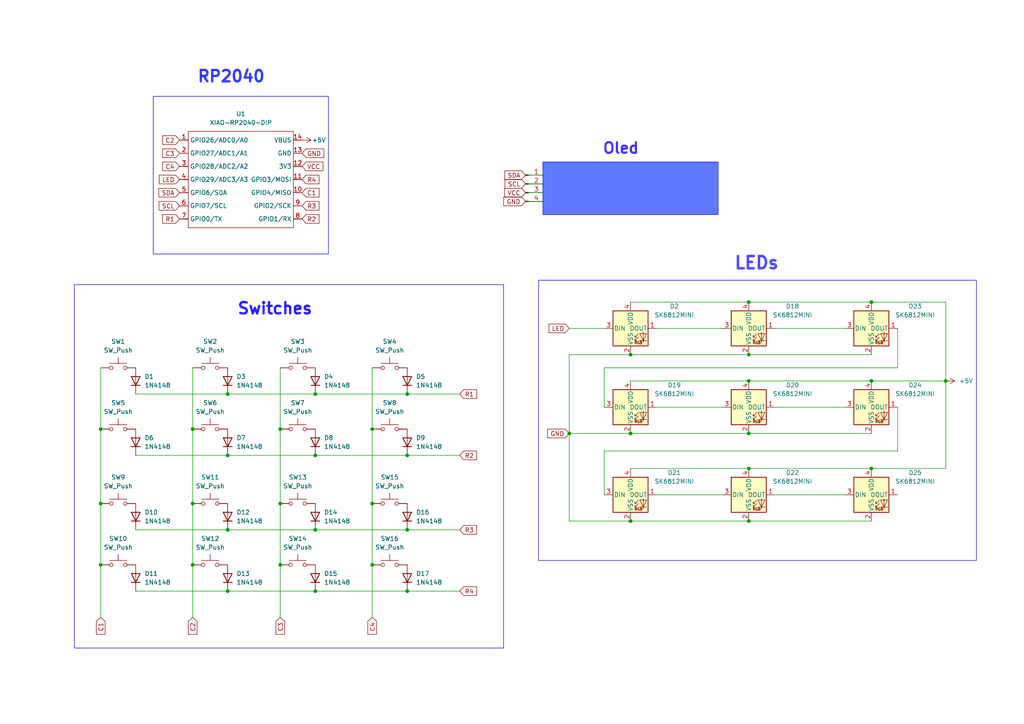
<source format=kicad_sch>
(kicad_sch (version 20250114) (generator "eeschema") (generator_version "9.0")
  (paper "A4")
  (lib_symbols
    (symbol "Connector:Conn_01x04_Pin" (pin_names (offset 1.016) (hide yes))
      (property "Reference" "J" (at 0 5.08 0))
      (property "Value" "Conn_01x04_Pin" (at 0 -7.62 0))
      (symbol "Conn_01x04_Pin_1_1"
        (rectangle (start 0.8636 2.667) (end 0 2.413) (stroke (width 0.1524)) (fill (type outline)))
        (rectangle (start 0.8636 0.127) (end 0 -0.127) (stroke (width 0.1524)) (fill (type outline)))
        (rectangle (start 0.8636 -2.413) (end 0 -2.667) (stroke (width 0.1524)) (fill (type outline)))
        (rectangle (start 0.8636 -4.953) (end 0 -5.207) (stroke (width 0.1524)) (fill (type outline)))
        (polyline (pts (xy 1.27 2.54) (xy 0.8636 2.54)) (stroke (width 0.1524)))
        (polyline (pts (xy 1.27 0) (xy 0.8636 0)) (stroke (width 0.1524)))
        (polyline (pts (xy 1.27 -2.54) (xy 0.8636 -2.54)) (stroke (width 0.1524)))
        (polyline (pts (xy 1.27 -5.08) (xy 0.8636 -5.08)) (stroke (width 0.1524)))
        (pin passive line (at 5.08 2.54 180) (length 3.81) (name "Pin_1") (number "1"))
        (pin passive line (at 5.08 0 180) (length 3.81) (name "Pin_2") (number "2"))
        (pin passive line (at 5.08 -2.54 180) (length 3.81) (name "Pin_3") (number "3"))
        (pin passive line (at 5.08 -5.08 180) (length 3.81) (name "Pin_4") (number "4"))
      )
    )
    (symbol "Diode:1N4148" (pin_numbers (hide yes)) (pin_names (hide yes))
      (property "Reference" "D" (at 0 2.54 0))
      (property "Value" "1N4148" (at 0 -2.54 0))
      (symbol "1N4148_0_1"
        (polyline (pts (xy -1.27 1.27) (xy -1.27 -1.27)) (stroke (width 0.254)))
        (polyline (pts (xy 1.27 1.27) (xy 1.27 -1.27) (xy -1.27 0) (xy 1.27 1.27)) (stroke (width 0.254)))
        (polyline (pts (xy 1.27 0) (xy -1.27 0)))
      )
      (symbol "1N4148_1_1"
        (pin passive line (at -3.81 0 0) (length 2.54) (name "K") (number "1"))
        (pin passive line (at 3.81 0 180) (length 2.54) (name "A") (number "2"))
      )
    )
    (symbol "LED:SK6812MINI" (pin_names (offset 0.254))
      (property "Reference" "D" (at 5.08 5.715 0))
      (property "Value" "SK6812MINI" (at 1.27 -5.715 0))
      (symbol "SK6812MINI_0_0"
        (text "RGB" (at 2.286 -4.191 0) (effects (font (size 0.762 0.762))))
      )
      (symbol "SK6812MINI_0_1"
        (polyline (pts (xy 1.27 -2.54) (xy 1.778 -2.54)))
        (polyline (pts (xy 1.27 -3.556) (xy 1.778 -3.556)))
        (polyline (pts (xy 2.286 -1.524) (xy 1.27 -2.54) (xy 1.27 -2.032)))
        (polyline (pts (xy 2.286 -2.54) (xy 1.27 -3.556) (xy 1.27 -3.048)))
        (polyline (pts (xy 3.683 -1.016) (xy 3.683 -3.556) (xy 3.683 -4.064)))
        (polyline (pts (xy 4.699 -1.524) (xy 2.667 -1.524) (xy 3.683 -3.556) (xy 4.699 -1.524)))
        (polyline (pts (xy 4.699 -3.556) (xy 2.667 -3.556)))
        (rectangle (start 5.08 5.08) (end -5.08 -5.08) (stroke (width 0.254)) (fill (type background)))
      )
      (symbol "SK6812MINI_1_1"
        (pin input line (at -7.62 0 0) (length 2.54) (name "DIN") (number "3"))
        (pin power_in line (at 0 7.62 270) (length 2.54) (name "VDD") (number "4"))
        (pin power_in line (at 0 -7.62 90) (length 2.54) (name "VSS") (number "2"))
        (pin output line (at 7.62 0 180) (length 2.54) (name "DOUT") (number "1"))
      )
    )
    (symbol "OPL XIAO:XIAO-RP2040-DIP"
      (property "Reference" "U" (at 0 0 0))
      (property "Value" "XIAO-RP2040-DIP" (at 5.334 -1.778 0))
      (symbol "XIAO-RP2040-DIP_1_0"
        (polyline (pts (xy -1.27 -2.54) (xy 29.21 -2.54)) (stroke (width 0.1524)))
        (polyline (pts (xy -1.27 -5.08) (xy -2.54 -5.08)) (stroke (width 0.1524)))
        (polyline (pts (xy -1.27 -5.08) (xy -1.27 -2.54)) (stroke (width 0.1524)))
        (polyline (pts (xy -1.27 -8.89) (xy -2.54 -8.89)) (stroke (width 0.1524)))
        (polyline (pts (xy -1.27 -8.89) (xy -1.27 -5.08)) (stroke (width 0.1524)))
        (polyline (pts (xy -1.27 -12.7) (xy -2.54 -12.7)) (stroke (width 0.1524)))
        (polyline (pts (xy -1.27 -12.7) (xy -1.27 -8.89)) (stroke (width 0.1524)))
        (polyline (pts (xy -1.27 -16.51) (xy -2.54 -16.51)) (stroke (width 0.1524)))
        (polyline (pts (xy -1.27 -16.51) (xy -1.27 -12.7)) (stroke (width 0.1524)))
        (polyline (pts (xy -1.27 -20.32) (xy -2.54 -20.32)) (stroke (width 0.1524)))
        (polyline (pts (xy -1.27 -24.13) (xy -2.54 -24.13)) (stroke (width 0.1524)))
        (polyline (pts (xy -1.27 -27.94) (xy -2.54 -27.94)) (stroke (width 0.1524)))
        (polyline (pts (xy -1.27 -30.48) (xy -1.27 -16.51)) (stroke (width 0.1524)))
        (polyline (pts (xy 29.21 -2.54) (xy 29.21 -5.08)) (stroke (width 0.1524)))
        (polyline (pts (xy 29.21 -5.08) (xy 29.21 -8.89)) (stroke (width 0.1524)))
        (polyline (pts (xy 29.21 -8.89) (xy 29.21 -12.7)) (stroke (width 0.1524)))
        (polyline (pts (xy 29.21 -12.7) (xy 29.21 -30.48)) (stroke (width 0.1524)))
        (polyline (pts (xy 29.21 -30.48) (xy -1.27 -30.48)) (stroke (width 0.1524)))
        (polyline (pts (xy 30.48 -5.08) (xy 29.21 -5.08)) (stroke (width 0.1524)))
        (polyline (pts (xy 30.48 -8.89) (xy 29.21 -8.89)) (stroke (width 0.1524)))
        (polyline (pts (xy 30.48 -12.7) (xy 29.21 -12.7)) (stroke (width 0.1524)))
        (polyline (pts (xy 30.48 -16.51) (xy 29.21 -16.51)) (stroke (width 0.1524)))
        (polyline (pts (xy 30.48 -20.32) (xy 29.21 -20.32)) (stroke (width 0.1524)))
        (polyline (pts (xy 30.48 -24.13) (xy 29.21 -24.13)) (stroke (width 0.1524)))
        (polyline (pts (xy 30.48 -27.94) (xy 29.21 -27.94)) (stroke (width 0.1524)))
        (pin passive line (at -3.81 -5.08 0) (length 2.54) (name "GPIO26/ADC0/A0") (number "1"))
        (pin passive line (at -3.81 -8.89 0) (length 2.54) (name "GPIO27/ADC1/A1") (number "2"))
        (pin passive line (at -3.81 -12.7 0) (length 2.54) (name "GPIO28/ADC2/A2") (number "3"))
        (pin passive line (at -3.81 -16.51 0) (length 2.54) (name "GPIO29/ADC3/A3") (number "4"))
        (pin passive line (at -3.81 -20.32 0) (length 2.54) (name "GPIO6/SDA") (number "5"))
        (pin passive line (at -3.81 -24.13 0) (length 2.54) (name "GPIO7/SCL") (number "6"))
        (pin passive line (at -3.81 -27.94 0) (length 2.54) (name "GPIO0/TX") (number "7"))
        (pin passive line (at 31.75 -5.08 180) (length 2.54) (name "VBUS") (number "14"))
        (pin passive line (at 31.75 -8.89 180) (length 2.54) (name "GND") (number "13"))
        (pin passive line (at 31.75 -12.7 180) (length 2.54) (name "3V3") (number "12"))
        (pin passive line (at 31.75 -16.51 180) (length 2.54) (name "GPIO3/MOSI") (number "11"))
        (pin passive line (at 31.75 -20.32 180) (length 2.54) (name "GPIO4/MISO") (number "10"))
        (pin passive line (at 31.75 -24.13 180) (length 2.54) (name "GPIO2/SCK") (number "9"))
        (pin passive line (at 31.75 -27.94 180) (length 2.54) (name "GPIO1/RX") (number "8"))
      )
    )
    (symbol "Switch:SW_Push" (pin_numbers (hide yes)) (pin_names (offset 1.016) (hide yes))
      (property "Reference" "SW" (at 1.27 2.54 0))
      (property "Value" "SW_Push" (at 0 -1.524 0))
      (symbol "SW_Push_0_1"
        (circle (center -2.032 0) (radius 0.508))
        (polyline (pts (xy 0 1.27) (xy 0 3.048)))
        (circle (center 2.032 0) (radius 0.508))
        (polyline (pts (xy 2.54 1.27) (xy -2.54 1.27)))
        (pin passive line (at -5.08 0 0) (length 2.54) (name "1") (number "1"))
        (pin passive line (at 5.08 0 180) (length 2.54) (name "2") (number "2"))
      )
    )
    (symbol "power:+5V" (power) (pin_numbers (hide yes)) (pin_names (offset 0) (hide yes))
      (property "Value" "+5V" (at 0 3.556 0))
      (symbol "+5V_0_1"
        (polyline (pts (xy -0.762 1.27) (xy 0 2.54)))
        (polyline (pts (xy 0 2.54) (xy 0.762 1.27)))
        (polyline (pts (xy 0 0) (xy 0 2.54)))
      )
      (symbol "+5V_1_1"
        (pin power_in line (at 0 0 90) (length 0) (name "~") (number "1"))
      )
    )
  )
  (rectangle (start 157.48 46.99) (end 208.28 62.23) (fill (type color) (color 95 121 255 1)))
  (rectangle (start 156.21 81.28) (end 283.21 162.56))
  (rectangle (start 44.45 27.94) (end 95.25 73.66))
  (rectangle (start 21.59 82.55) (end 146.05 187.96))
  (text "LEDs" (at 219.456 76.454 0) (effects (font (size 3.556 3.556) (thickness 0.7112) (bold yes))))
  (text "Switches" (at 79.756 89.662 0) (effects (font (size 3.302 3.302) (thickness 0.6604) (bold yes))))
  (text "RP2040" (at 67.056 22.352 0) (effects (font (size 3.302 3.302) (thickness 0.6604) (bold yes))))
  (junction (at 118.11 132.08))
  (junction (at 118.11 114.3))
  (junction (at 29.21 163.83))
  (junction (at 118.11 171.45))
  (junction (at 107.95 124.46))
  (junction (at 217.17 135.89))
  (junction (at 182.88 125.73))
  (junction (at 29.21 146.05))
  (junction (at 81.28 146.05))
  (junction (at 165.1 125.73))
  (junction (at 217.17 102.87))
  (junction (at 217.17 110.49))
  (junction (at 66.04 132.08))
  (junction (at 252.73 87.63))
  (junction (at 182.88 151.13))
  (junction (at 81.28 163.83))
  (junction (at 91.44 132.08))
  (junction (at 55.88 124.46))
  (junction (at 252.73 135.89))
  (junction (at 66.04 153.67))
  (junction (at 91.44 114.3))
  (junction (at 217.17 125.73))
  (junction (at 107.95 146.05))
  (junction (at 55.88 163.83))
  (junction (at 81.28 124.46))
  (junction (at 107.95 163.83))
  (junction (at 66.04 171.45))
  (junction (at 55.88 146.05))
  (junction (at 217.17 87.63))
  (junction (at 66.04 114.3))
  (junction (at 29.21 124.46))
  (junction (at 252.73 110.49))
  (junction (at 182.88 102.87))
  (junction (at 217.17 151.13))
  (junction (at 274.32 110.49))
  (junction (at 118.11 153.67))
  (junction (at 91.44 153.67))
  (junction (at 91.44 171.45))
  (wire (pts (xy 175.26 106.68) (xy 175.26 118.11)))
  (wire (pts (xy 165.1 151.13) (xy 165.1 125.73)))
  (wire (pts (xy 217.17 135.89) (xy 252.73 135.89)))
  (wire (pts (xy 39.37 171.45) (xy 66.04 171.45)))
  (wire (pts (xy 66.04 153.67) (xy 91.44 153.67)))
  (wire (pts (xy 55.88 124.46) (xy 55.88 146.05)))
  (wire (pts (xy 66.04 114.3) (xy 91.44 114.3)))
  (wire (pts (xy 260.35 95.25) (xy 260.35 106.68)))
  (wire (pts (xy 152.4 53.34) (xy 157.48 53.34)))
  (wire (pts (xy 252.73 135.89) (xy 274.32 135.89)))
  (wire (pts (xy 29.21 124.46) (xy 29.21 146.05)))
  (wire (pts (xy 252.73 110.49) (xy 217.17 110.49)))
  (wire (pts (xy 107.95 124.46) (xy 107.95 146.05)))
  (wire (pts (xy 175.26 130.81) (xy 175.26 143.51)))
  (wire (pts (xy 182.88 151.13) (xy 165.1 151.13)))
  (wire (pts (xy 260.35 106.68) (xy 175.26 106.68)))
  (wire (pts (xy 182.88 125.73) (xy 217.17 125.73)))
  (wire (pts (xy 55.88 146.05) (xy 55.88 163.83)))
  (wire (pts (xy 81.28 146.05) (xy 81.28 163.83)))
  (wire (pts (xy 274.32 110.49) (xy 274.32 135.89)))
  (wire (pts (xy 55.88 163.83) (xy 55.88 179.07)))
  (wire (pts (xy 118.11 171.45) (xy 133.35 171.45)))
  (wire (pts (xy 182.88 135.89) (xy 217.17 135.89)))
  (wire (pts (xy 29.21 106.68) (xy 29.21 124.46)))
  (wire (pts (xy 274.32 87.63) (xy 274.32 110.49)))
  (wire (pts (xy 66.04 132.08) (xy 91.44 132.08)))
  (wire (pts (xy 91.44 132.08) (xy 118.11 132.08)))
  (wire (pts (xy 29.21 163.83) (xy 29.21 179.07)))
  (wire (pts (xy 165.1 95.25) (xy 175.26 95.25)))
  (wire (pts (xy 260.35 118.11) (xy 260.35 130.81)))
  (wire (pts (xy 39.37 132.08) (xy 66.04 132.08)))
  (wire (pts (xy 182.88 87.63) (xy 217.17 87.63)))
  (wire (pts (xy 39.37 153.67) (xy 66.04 153.67)))
  (wire (pts (xy 252.73 87.63) (xy 274.32 87.63)))
  (wire (pts (xy 91.44 171.45) (xy 118.11 171.45)))
  (wire (pts (xy 252.73 102.87) (xy 217.17 102.87)))
  (wire (pts (xy 107.95 163.83) (xy 107.95 179.07)))
  (wire (pts (xy 165.1 125.73) (xy 182.88 125.73)))
  (wire (pts (xy 190.5 118.11) (xy 209.55 118.11)))
  (wire (pts (xy 260.35 130.81) (xy 175.26 130.81)))
  (wire (pts (xy 152.4 55.88) (xy 157.48 55.88)))
  (wire (pts (xy 152.4 50.8) (xy 157.48 50.8)))
  (wire (pts (xy 224.79 118.11) (xy 245.11 118.11)))
  (wire (pts (xy 91.44 114.3) (xy 118.11 114.3)))
  (wire (pts (xy 224.79 143.51) (xy 245.11 143.51)))
  (wire (pts (xy 29.21 146.05) (xy 29.21 163.83)))
  (wire (pts (xy 217.17 110.49) (xy 182.88 110.49)))
  (wire (pts (xy 81.28 106.68) (xy 81.28 124.46)))
  (wire (pts (xy 81.28 163.83) (xy 81.28 179.07)))
  (wire (pts (xy 190.5 143.51) (xy 209.55 143.51)))
  (wire (pts (xy 152.4 58.42) (xy 157.48 58.42)))
  (wire (pts (xy 217.17 151.13) (xy 182.88 151.13)))
  (wire (pts (xy 39.37 114.3) (xy 66.04 114.3)))
  (wire (pts (xy 91.44 153.67) (xy 118.11 153.67)))
  (wire (pts (xy 107.95 106.68) (xy 107.95 124.46)))
  (wire (pts (xy 66.04 171.45) (xy 91.44 171.45)))
  (wire (pts (xy 182.88 102.87) (xy 165.1 102.87)))
  (wire (pts (xy 81.28 124.46) (xy 81.28 146.05)))
  (wire (pts (xy 107.95 146.05) (xy 107.95 163.83)))
  (wire (pts (xy 217.17 125.73) (xy 252.73 125.73)))
  (wire (pts (xy 118.11 153.67) (xy 133.35 153.67)))
  (wire (pts (xy 217.17 102.87) (xy 182.88 102.87)))
  (wire (pts (xy 217.17 87.63) (xy 252.73 87.63)))
  (wire (pts (xy 118.11 114.3) (xy 133.35 114.3)))
  (wire (pts (xy 252.73 151.13) (xy 217.17 151.13)))
  (wire (pts (xy 190.5 95.25) (xy 209.55 95.25)))
  (wire (pts (xy 55.88 106.68) (xy 55.88 124.46)))
  (wire (pts (xy 118.11 132.08) (xy 133.35 132.08)))
  (wire (pts (xy 224.79 95.25) (xy 245.11 95.25)))
  (wire (pts (xy 274.32 110.49) (xy 252.73 110.49)))
  (wire (pts (xy 165.1 102.87) (xy 165.1 125.73)))
  (global_label "C4" (shape input) (at 107.95 179.07 270) (property "Intersheetrefs" "${INTERSHEET_REFS}" (effects (hide yes))))
  (global_label "VCC" (shape input) (at 152.4 55.88 180) (property "Intersheetrefs" "${INTERSHEET_REFS}" (effects (hide yes))))
  (global_label "R3" (shape input) (at 133.35 153.67 0) (property "Intersheetrefs" "${INTERSHEET_REFS}" (effects (hide yes))))
  (global_label "GND" (shape input) (at 87.63 44.45 0) (property "Intersheetrefs" "${INTERSHEET_REFS}" (effects (hide yes))))
  (global_label "LED" (shape input) (at 165.1 95.25 180) (property "Intersheetrefs" "${INTERSHEET_REFS}" (effects (hide yes))))
  (global_label "SDA" (shape input) (at 52.07 55.88 180) (property "Intersheetrefs" "${INTERSHEET_REFS}" (effects (hide yes))))
  (global_label "R1" (shape input) (at 52.07 63.5 180) (property "Intersheetrefs" "${INTERSHEET_REFS}" (effects (hide yes))))
  (global_label "SDA" (shape input) (at 152.4 50.8 180) (property "Intersheetrefs" "${INTERSHEET_REFS}" (effects (hide yes))))
  (global_label "C1" (shape input) (at 29.21 179.07 270) (property "Intersheetrefs" "${INTERSHEET_REFS}" (effects (hide yes))))
  (global_label "GND" (shape input) (at 152.4 58.42 180) (property "Intersheetrefs" "${INTERSHEET_REFS}" (effects (hide yes))))
  (global_label "C2" (shape input) (at 55.88 179.07 270) (property "Intersheetrefs" "${INTERSHEET_REFS}" (effects (hide yes))))
  (global_label "R4" (shape input) (at 133.35 171.45 0) (property "Intersheetrefs" "${INTERSHEET_REFS}" (effects (hide yes))))
  (global_label "C1" (shape input) (at 87.63 55.88 0) (property "Intersheetrefs" "${INTERSHEET_REFS}" (effects (hide yes))))
  (global_label "LED" (shape input) (at 52.07 52.07 180) (property "Intersheetrefs" "${INTERSHEET_REFS}" (effects (hide yes))))
  (global_label "R1" (shape input) (at 133.35 114.3 0) (property "Intersheetrefs" "${INTERSHEET_REFS}" (effects (hide yes))))
  (global_label "R2" (shape input) (at 87.63 63.5 0) (property "Intersheetrefs" "${INTERSHEET_REFS}" (effects (hide yes))))
  (global_label "SCL" (shape input) (at 52.07 59.69 180) (property "Intersheetrefs" "${INTERSHEET_REFS}" (effects (hide yes))))
  (global_label "GND" (shape input) (at 165.1 125.73 180) (property "Intersheetrefs" "${INTERSHEET_REFS}" (effects (hide yes))))
  (global_label "R3" (shape input) (at 87.63 59.69 0) (property "Intersheetrefs" "${INTERSHEET_REFS}" (effects (hide yes))))
  (global_label "C2" (shape input) (at 52.07 40.64 180) (property "Intersheetrefs" "${INTERSHEET_REFS}" (effects (hide yes))))
  (global_label "C4" (shape input) (at 52.07 48.26 180) (property "Intersheetrefs" "${INTERSHEET_REFS}" (effects (hide yes))))
  (global_label "C3" (shape input) (at 81.28 179.07 270) (property "Intersheetrefs" "${INTERSHEET_REFS}" (effects (hide yes))))
  (global_label "R4" (shape input) (at 87.63 52.07 0) (property "Intersheetrefs" "${INTERSHEET_REFS}" (effects (hide yes))))
  (global_label "SCL" (shape input) (at 152.4 53.34 180) (property "Intersheetrefs" "${INTERSHEET_REFS}" (effects (hide yes))))
  (global_label "R2" (shape input) (at 133.35 132.08 0) (property "Intersheetrefs" "${INTERSHEET_REFS}" (effects (hide yes))))
  (global_label "C3" (shape input) (at 52.07 44.45 180) (property "Intersheetrefs" "${INTERSHEET_REFS}" (effects (hide yes))))
  (global_label "VCC" (shape input) (at 87.63 48.26 0) (property "Intersheetrefs" "${INTERSHEET_REFS}" (effects (hide yes))))
  (symbol (lib_id "Diode:1N4148") (at 39.37 167.64 90) (unit 1)
    (property "Reference" "D11" (at 41.91 166.3699 90) (effects (justify right)))
    (property "Value" "1N4148" (at 41.91 168.9099 90) (effects (justify right)))
    (property "Footprint" "Diode_THT:D_DO-35_SOD27_P7.62mm_Horizontal" (effects (hide yes)))
    (property "Datasheet" "https://assets.nexperia.com/documents/data-sheet/1N4148_1N4448.pdf" (effects (hide yes)))
    (property "Description" "100V 0.15A standard switching diode, DO-35" (effects (hide yes)))
    (property "Sim.Device" "D" (effects (hide yes)))
    (property "Sim.Pins" "1=K 2=A" (effects (hide yes)))
  )
  (symbol (lib_id "Diode:1N4148") (at 118.11 149.86 90) (unit 1)
    (property "Reference" "D16" (at 120.65 148.5899 90) (effects (justify right)))
    (property "Value" "1N4148" (at 120.65 151.1299 90) (effects (justify right)))
    (property "Footprint" "Diode_THT:D_DO-35_SOD27_P7.62mm_Horizontal" (effects (hide yes)))
    (property "Datasheet" "https://assets.nexperia.com/documents/data-sheet/1N4148_1N4448.pdf" (effects (hide yes)))
    (property "Description" "100V 0.15A standard switching diode, DO-35" (effects (hide yes)))
    (property "Sim.Device" "D" (effects (hide yes)))
    (property "Sim.Pins" "1=K 2=A" (effects (hide yes)))
  )
  (symbol (lib_id "Diode:1N4148") (at 91.44 110.49 90) (unit 1)
    (property "Reference" "D4" (at 93.98 109.2199 90) (effects (justify right)))
    (property "Value" "1N4148" (at 93.98 111.7599 90) (effects (justify right)))
    (property "Footprint" "Diode_THT:D_DO-35_SOD27_P7.62mm_Horizontal" (effects (hide yes)))
    (property "Datasheet" "https://assets.nexperia.com/documents/data-sheet/1N4148_1N4448.pdf" (effects (hide yes)))
    (property "Description" "100V 0.15A standard switching diode, DO-35" (effects (hide yes)))
    (property "Sim.Device" "D" (effects (hide yes)))
    (property "Sim.Pins" "1=K 2=A" (effects (hide yes)))
  )
  (symbol (lib_id "Switch:SW_Push") (at 113.03 124.46 0) (unit 1)
    (property "Reference" "SW8" (at 113.03 116.84 0))
    (property "Value" "SW_Push" (at 113.03 119.38 0))
    (property "Footprint" "Library:SW_Cherry_MX_1.00u_PCB_With_3d" (effects (hide yes)))
    (property "Description" "Push button switch, generic, two pins" (effects (hide yes)))
  )
  (symbol (lib_id "Switch:SW_Push") (at 34.29 146.05 0) (unit 1)
    (property "Reference" "SW9" (at 34.29 138.43 0))
    (property "Value" "SW_Push" (at 34.29 140.97 0))
    (property "Footprint" "Library:SW_Cherry_MX_1.00u_PCB_With_3d" (effects (hide yes)))
    (property "Description" "Push button switch, generic, two pins" (effects (hide yes)))
  )
  (symbol (lib_id "LED:SK6812MINI") (at 217.17 118.11 0) (unit 1)
    (property "Reference" "D20" (at 229.87 111.6898 0))
    (property "Value" "SK6812MINI" (at 229.87 114.2298 0))
    (property "Footprint" "SK6812 mini-e:SK6812-MINI-E" (effects (hide yes)))
    (property "Datasheet" "https://cdn-shop.adafruit.com/product-files/2686/SK6812MINI_REV.01-1-2.pdf" (effects (hide yes)))
    (property "Description" "RGB LED with integrated controller" (effects (hide yes)))
  )
  (symbol (lib_id "Diode:1N4148") (at 118.11 128.27 90) (unit 1)
    (property "Reference" "D9" (at 120.65 126.9999 90) (effects (justify right)))
    (property "Value" "1N4148" (at 120.65 129.5399 90) (effects (justify right)))
    (property "Footprint" "Diode_THT:D_DO-35_SOD27_P7.62mm_Horizontal" (effects (hide yes)))
    (property "Datasheet" "https://assets.nexperia.com/documents/data-sheet/1N4148_1N4448.pdf" (effects (hide yes)))
    (property "Description" "100V 0.15A standard switching diode, DO-35" (effects (hide yes)))
    (property "Sim.Device" "D" (effects (hide yes)))
    (property "Sim.Pins" "1=K 2=A" (effects (hide yes)))
  )
  (symbol (lib_id "Switch:SW_Push") (at 86.36 106.68 0) (unit 1)
    (property "Reference" "SW3" (at 86.36 99.06 0))
    (property "Value" "SW_Push" (at 86.36 101.6 0))
    (property "Footprint" "Library:SW_Cherry_MX_1.00u_PCB_With_3d" (effects (hide yes)))
    (property "Description" "Push button switch, generic, two pins" (effects (hide yes)))
  )
  (symbol (lib_id "Switch:SW_Push") (at 86.36 124.46 0) (unit 1)
    (property "Reference" "SW7" (at 86.36 116.84 0))
    (property "Value" "SW_Push" (at 86.36 119.38 0))
    (property "Footprint" "Library:SW_Cherry_MX_1.00u_PCB_With_3d" (effects (hide yes)))
    (property "Description" "Push button switch, generic, two pins" (effects (hide yes)))
  )
  (symbol (lib_id "Switch:SW_Push") (at 86.36 146.05 0) (unit 1)
    (property "Reference" "SW13" (at 86.36 138.43 0))
    (property "Value" "SW_Push" (at 86.36 140.97 0))
    (property "Footprint" "Library:SW_Cherry_MX_1.00u_PCB_With_3d" (effects (hide yes)))
    (property "Description" "Push button switch, generic, two pins" (effects (hide yes)))
  )
  (symbol (lib_id "Switch:SW_Push") (at 60.96 163.83 0) (unit 1)
    (property "Reference" "SW12" (at 60.96 156.21 0))
    (property "Value" "SW_Push" (at 60.96 158.75 0))
    (property "Footprint" "Library:SW_Cherry_MX_1.00u_PCB_With_3d" (effects (hide yes)))
    (property "Description" "Push button switch, generic, two pins" (effects (hide yes)))
  )
  (symbol (lib_id "Switch:SW_Push") (at 113.03 106.68 0) (unit 1)
    (property "Reference" "SW4" (at 113.03 99.06 0))
    (property "Value" "SW_Push" (at 113.03 101.6 0))
    (property "Footprint" "Library:SW_Cherry_MX_1.00u_PCB_With_3d" (effects (hide yes)))
    (property "Description" "Push button switch, generic, two pins" (effects (hide yes)))
  )
  (symbol (lib_id "LED:SK6812MINI") (at 217.17 143.51 0) (unit 1)
    (property "Reference" "D22" (at 229.87 137.0898 0))
    (property "Value" "SK6812MINI" (at 229.87 139.6298 0))
    (property "Footprint" "SK6812 mini-e:SK6812-MINI-E" (effects (hide yes)))
    (property "Datasheet" "https://cdn-shop.adafruit.com/product-files/2686/SK6812MINI_REV.01-1-2.pdf" (effects (hide yes)))
    (property "Description" "RGB LED with integrated controller" (effects (hide yes)))
  )
  (symbol (lib_id "Diode:1N4148") (at 39.37 110.49 90) (unit 1)
    (property "Reference" "D1" (at 41.91 109.2199 90) (effects (justify right)))
    (property "Value" "1N4148" (at 41.91 111.7599 90) (effects (justify right)))
    (property "Footprint" "Diode_THT:D_DO-35_SOD27_P7.62mm_Horizontal" (effects (hide yes)))
    (property "Datasheet" "https://assets.nexperia.com/documents/data-sheet/1N4148_1N4448.pdf" (effects (hide yes)))
    (property "Description" "100V 0.15A standard switching diode, DO-35" (effects (hide yes)))
    (property "Sim.Device" "D" (effects (hide yes)))
    (property "Sim.Pins" "1=K 2=A" (effects (hide yes)))
  )
  (symbol (lib_id "LED:SK6812MINI") (at 182.88 118.11 0) (unit 1)
    (property "Reference" "D19" (at 195.58 111.6898 0))
    (property "Value" "SK6812MINI" (at 195.58 114.2298 0))
    (property "Footprint" "SK6812 mini-e:SK6812-MINI-E" (effects (hide yes)))
    (property "Datasheet" "https://cdn-shop.adafruit.com/product-files/2686/SK6812MINI_REV.01-1-2.pdf" (effects (hide yes)))
    (property "Description" "RGB LED with integrated controller" (effects (hide yes)))
  )
  (symbol (lib_id "Diode:1N4148") (at 91.44 128.27 90) (unit 1)
    (property "Reference" "D8" (at 93.98 126.9999 90) (effects (justify right)))
    (property "Value" "1N4148" (at 93.98 129.5399 90) (effects (justify right)))
    (property "Footprint" "Diode_THT:D_DO-35_SOD27_P7.62mm_Horizontal" (effects (hide yes)))
    (property "Datasheet" "https://assets.nexperia.com/documents/data-sheet/1N4148_1N4448.pdf" (effects (hide yes)))
    (property "Description" "100V 0.15A standard switching diode, DO-35" (effects (hide yes)))
    (property "Sim.Device" "D" (effects (hide yes)))
    (property "Sim.Pins" "1=K 2=A" (effects (hide yes)))
  )
  (symbol (lib_id "Diode:1N4148") (at 39.37 149.86 90) (unit 1)
    (property "Reference" "D10" (at 41.91 148.5899 90) (effects (justify right)))
    (property "Value" "1N4148" (at 41.91 151.1299 90) (effects (justify right)))
    (property "Footprint" "Diode_THT:D_DO-35_SOD27_P7.62mm_Horizontal" (effects (hide yes)))
    (property "Datasheet" "https://assets.nexperia.com/documents/data-sheet/1N4148_1N4448.pdf" (effects (hide yes)))
    (property "Description" "100V 0.15A standard switching diode, DO-35" (effects (hide yes)))
    (property "Sim.Device" "D" (effects (hide yes)))
    (property "Sim.Pins" "1=K 2=A" (effects (hide yes)))
  )
  (symbol (lib_id "Diode:1N4148") (at 39.37 128.27 90) (unit 1)
    (property "Reference" "D6" (at 41.91 126.9999 90) (effects (justify right)))
    (property "Value" "1N4148" (at 41.91 129.5399 90) (effects (justify right)))
    (property "Footprint" "Diode_THT:D_DO-35_SOD27_P7.62mm_Horizontal" (effects (hide yes)))
    (property "Datasheet" "https://assets.nexperia.com/documents/data-sheet/1N4148_1N4448.pdf" (effects (hide yes)))
    (property "Description" "100V 0.15A standard switching diode, DO-35" (effects (hide yes)))
    (property "Sim.Device" "D" (effects (hide yes)))
    (property "Sim.Pins" "1=K 2=A" (effects (hide yes)))
  )
  (symbol (lib_id "Switch:SW_Push") (at 113.03 146.05 0) (unit 1)
    (property "Reference" "SW15" (at 113.03 138.43 0))
    (property "Value" "SW_Push" (at 113.03 140.97 0))
    (property "Footprint" "Library:SW_Cherry_MX_1.00u_PCB_With_3d" (effects (hide yes)))
    (property "Description" "Push button switch, generic, two pins" (effects (hide yes)))
  )
  (symbol (lib_id "Switch:SW_Push") (at 113.03 163.83 0) (unit 1)
    (property "Reference" "SW16" (at 113.03 156.21 0))
    (property "Value" "SW_Push" (at 113.03 158.75 0))
    (property "Footprint" "Library:SW_Cherry_MX_1.00u_PCB_With_3d" (effects (hide yes)))
    (property "Description" "Push button switch, generic, two pins" (effects (hide yes)))
  )
  (symbol (lib_id "Connector:Conn_01x04_Pin") (at 152.4 53.34 0) (unit 1)
    (property "Reference" "J1" (effects (hide yes)))
    (property "Value" "Oled" (at 180.086 42.926 0) (effects (font (size 3.048 3.048) (thickness 0.6096) (bold yes))))
    (property "Footprint" "oled_0.91:PinHeader_1x04_P2.54mm_Vertical" (effects (hide yes)))
    (property "Description" "Generic connector, single row, 01x04, script generated" (effects (hide yes)))
  )
  (symbol (lib_id "Switch:SW_Push") (at 60.96 124.46 0) (unit 1)
    (property "Reference" "SW6" (at 60.96 116.84 0))
    (property "Value" "SW_Push" (at 60.96 119.38 0))
    (property "Footprint" "Library:SW_Cherry_MX_1.00u_PCB_With_3d" (effects (hide yes)))
    (property "Description" "Push button switch, generic, two pins" (effects (hide yes)))
  )
  (symbol (lib_id "Switch:SW_Push") (at 34.29 106.68 0) (unit 1)
    (property "Reference" "SW1" (at 34.29 99.06 0))
    (property "Value" "SW_Push" (at 34.29 101.6 0))
    (property "Footprint" "Library:SW_Cherry_MX_1.00u_PCB_With_3d" (effects (hide yes)))
    (property "Description" "Push button switch, generic, two pins" (effects (hide yes)))
  )
  (symbol (lib_id "LED:SK6812MINI") (at 252.73 143.51 0) (unit 1)
    (property "Reference" "D25" (at 265.43 137.0898 0))
    (property "Value" "SK6812MINI" (at 265.43 139.6298 0))
    (property "Footprint" "SK6812 mini-e:SK6812-MINI-E" (effects (hide yes)))
    (property "Datasheet" "https://cdn-shop.adafruit.com/product-files/2686/SK6812MINI_REV.01-1-2.pdf" (effects (hide yes)))
    (property "Description" "RGB LED with integrated controller" (effects (hide yes)))
  )
  (symbol (lib_id "Switch:SW_Push") (at 34.29 124.46 0) (unit 1)
    (property "Reference" "SW5" (at 34.29 116.84 0))
    (property "Value" "SW_Push" (at 34.29 119.38 0))
    (property "Footprint" "Library:SW_Cherry_MX_1.00u_PCB_With_3d" (effects (hide yes)))
    (property "Description" "Push button switch, generic, two pins" (effects (hide yes)))
  )
  (symbol (lib_id "LED:SK6812MINI") (at 182.88 143.51 0) (unit 1)
    (property "Reference" "D21" (at 195.58 137.0898 0))
    (property "Value" "SK6812MINI" (at 195.58 139.6298 0))
    (property "Footprint" "SK6812 mini-e:SK6812-MINI-E" (effects (hide yes)))
    (property "Datasheet" "https://cdn-shop.adafruit.com/product-files/2686/SK6812MINI_REV.01-1-2.pdf" (effects (hide yes)))
    (property "Description" "RGB LED with integrated controller" (effects (hide yes)))
  )
  (symbol (lib_id "Diode:1N4148") (at 118.11 167.64 90) (unit 1)
    (property "Reference" "D17" (at 120.65 166.3699 90) (effects (justify right)))
    (property "Value" "1N4148" (at 120.65 168.9099 90) (effects (justify right)))
    (property "Footprint" "Diode_THT:D_DO-35_SOD27_P7.62mm_Horizontal" (effects (hide yes)))
    (property "Datasheet" "https://assets.nexperia.com/documents/data-sheet/1N4148_1N4448.pdf" (effects (hide yes)))
    (property "Description" "100V 0.15A standard switching diode, DO-35" (effects (hide yes)))
    (property "Sim.Device" "D" (effects (hide yes)))
    (property "Sim.Pins" "1=K 2=A" (effects (hide yes)))
  )
  (symbol (lib_id "Diode:1N4148") (at 91.44 149.86 90) (unit 1)
    (property "Reference" "D14" (at 93.98 148.5899 90) (effects (justify right)))
    (property "Value" "1N4148" (at 93.98 151.1299 90) (effects (justify right)))
    (property "Footprint" "Diode_THT:D_DO-35_SOD27_P7.62mm_Horizontal" (effects (hide yes)))
    (property "Datasheet" "https://assets.nexperia.com/documents/data-sheet/1N4148_1N4448.pdf" (effects (hide yes)))
    (property "Description" "100V 0.15A standard switching diode, DO-35" (effects (hide yes)))
    (property "Sim.Device" "D" (effects (hide yes)))
    (property "Sim.Pins" "1=K 2=A" (effects (hide yes)))
  )
  (symbol (lib_id "Switch:SW_Push") (at 60.96 146.05 0) (unit 1)
    (property "Reference" "SW11" (at 60.96 138.43 0))
    (property "Value" "SW_Push" (at 60.96 140.97 0))
    (property "Footprint" "Library:SW_Cherry_MX_1.00u_PCB_With_3d" (effects (hide yes)))
    (property "Description" "Push button switch, generic, two pins" (effects (hide yes)))
  )
  (symbol (lib_id "power:+5V") (at 87.63 40.64 270) (unit 1)
    (property "Reference" "#PWR02" (effects (hide yes)))
    (property "Value" "+5V" (at 90.424 40.64 90) (effects (justify left)))
    (property "Description" "Power symbol creates a global label with name \"+5V\"" (effects (hide yes)))
  )
  (symbol (lib_id "OPL XIAO:XIAO-RP2040-DIP") (at 55.88 35.56 0) (unit 1)
    (property "Reference" "U1" (at 69.85 33.02 0))
    (property "Value" "XIAO-RP2040-DIP" (at 69.85 35.56 0))
    (property "Footprint" "xiao:XIAO-RP2040-DIP" (effects (hide yes)))
  )
  (symbol (lib_id "Diode:1N4148") (at 66.04 128.27 90) (unit 1)
    (property "Reference" "D7" (at 68.58 126.9999 90) (effects (justify right)))
    (property "Value" "1N4148" (at 68.58 129.5399 90) (effects (justify right)))
    (property "Footprint" "Diode_THT:D_DO-35_SOD27_P7.62mm_Horizontal" (effects (hide yes)))
    (property "Datasheet" "https://assets.nexperia.com/documents/data-sheet/1N4148_1N4448.pdf" (effects (hide yes)))
    (property "Description" "100V 0.15A standard switching diode, DO-35" (effects (hide yes)))
    (property "Sim.Device" "D" (effects (hide yes)))
    (property "Sim.Pins" "1=K 2=A" (effects (hide yes)))
  )
  (symbol (lib_id "Diode:1N4148") (at 66.04 149.86 90) (unit 1)
    (property "Reference" "D12" (at 68.58 148.5899 90) (effects (justify right)))
    (property "Value" "1N4148" (at 68.58 151.1299 90) (effects (justify right)))
    (property "Footprint" "Diode_THT:D_DO-35_SOD27_P7.62mm_Horizontal" (effects (hide yes)))
    (property "Datasheet" "https://assets.nexperia.com/documents/data-sheet/1N4148_1N4448.pdf" (effects (hide yes)))
    (property "Description" "100V 0.15A standard switching diode, DO-35" (effects (hide yes)))
    (property "Sim.Device" "D" (effects (hide yes)))
    (property "Sim.Pins" "1=K 2=A" (effects (hide yes)))
  )
  (symbol (lib_id "Diode:1N4148") (at 66.04 167.64 90) (unit 1)
    (property "Reference" "D13" (at 68.58 166.3699 90) (effects (justify right)))
    (property "Value" "1N4148" (at 68.58 168.9099 90) (effects (justify right)))
    (property "Footprint" "Diode_THT:D_DO-35_SOD27_P7.62mm_Horizontal" (effects (hide yes)))
    (property "Datasheet" "https://assets.nexperia.com/documents/data-sheet/1N4148_1N4448.pdf" (effects (hide yes)))
    (property "Description" "100V 0.15A standard switching diode, DO-35" (effects (hide yes)))
    (property "Sim.Device" "D" (effects (hide yes)))
    (property "Sim.Pins" "1=K 2=A" (effects (hide yes)))
  )
  (symbol (lib_id "Switch:SW_Push") (at 60.96 106.68 0) (unit 1)
    (property "Reference" "SW2" (at 60.96 99.06 0))
    (property "Value" "SW_Push" (at 60.96 101.6 0))
    (property "Footprint" "Library:SW_Cherry_MX_1.00u_PCB_With_3d" (effects (hide yes)))
    (property "Description" "Push button switch, generic, two pins" (effects (hide yes)))
  )
  (symbol (lib_id "Switch:SW_Push") (at 86.36 163.83 0) (unit 1)
    (property "Reference" "SW14" (at 86.36 156.21 0))
    (property "Value" "SW_Push" (at 86.36 158.75 0))
    (property "Footprint" "Library:SW_Cherry_MX_1.00u_PCB_With_3d" (effects (hide yes)))
    (property "Description" "Push button switch, generic, two pins" (effects (hide yes)))
  )
  (symbol (lib_id "Diode:1N4148") (at 118.11 110.49 90) (unit 1)
    (property "Reference" "D5" (at 120.65 109.2199 90) (effects (justify right)))
    (property "Value" "1N4148" (at 120.65 111.7599 90) (effects (justify right)))
    (property "Footprint" "Diode_THT:D_DO-35_SOD27_P7.62mm_Horizontal" (effects (hide yes)))
    (property "Datasheet" "https://assets.nexperia.com/documents/data-sheet/1N4148_1N4448.pdf" (effects (hide yes)))
    (property "Description" "100V 0.15A standard switching diode, DO-35" (effects (hide yes)))
    (property "Sim.Device" "D" (effects (hide yes)))
    (property "Sim.Pins" "1=K 2=A" (effects (hide yes)))
  )
  (symbol (lib_id "LED:SK6812MINI") (at 217.17 95.25 0) (unit 1)
    (property "Reference" "D18" (at 229.87 88.8298 0))
    (property "Value" "SK6812MINI" (at 229.87 91.3698 0))
    (property "Footprint" "SK6812 mini-e:SK6812-MINI-E" (effects (hide yes)))
    (property "Datasheet" "https://cdn-shop.adafruit.com/product-files/2686/SK6812MINI_REV.01-1-2.pdf" (effects (hide yes)))
    (property "Description" "RGB LED with integrated controller" (effects (hide yes)))
  )
  (symbol (lib_id "LED:SK6812MINI") (at 252.73 95.25 0) (unit 1)
    (property "Reference" "D23" (at 265.43 88.8298 0))
    (property "Value" "SK6812MINI" (at 265.43 91.3698 0))
    (property "Footprint" "SK6812 mini-e:SK6812-MINI-E" (effects (hide yes)))
    (property "Datasheet" "https://cdn-shop.adafruit.com/product-files/2686/SK6812MINI_REV.01-1-2.pdf" (effects (hide yes)))
    (property "Description" "RGB LED with integrated controller" (effects (hide yes)))
  )
  (symbol (lib_id "LED:SK6812MINI") (at 182.88 95.25 0) (unit 1)
    (property "Reference" "D2" (at 195.58 88.8298 0))
    (property "Value" "SK6812MINI" (at 195.58 91.3698 0))
    (property "Footprint" "SK6812 mini-e:SK6812-MINI-E" (effects (hide yes)))
    (property "Datasheet" "https://cdn-shop.adafruit.com/product-files/2686/SK6812MINI_REV.01-1-2.pdf" (effects (hide yes)))
    (property "Description" "RGB LED with integrated controller" (effects (hide yes)))
  )
  (symbol (lib_id "Switch:SW_Push") (at 34.29 163.83 0) (unit 1)
    (property "Reference" "SW10" (at 34.29 156.21 0))
    (property "Value" "SW_Push" (at 34.29 158.75 0))
    (property "Footprint" "Library:SW_Cherry_MX_1.00u_PCB_With_3d" (effects (hide yes)))
    (property "Description" "Push button switch, generic, two pins" (effects (hide yes)))
  )
  (symbol (lib_id "LED:SK6812MINI") (at 252.73 118.11 0) (unit 1)
    (property "Reference" "D24" (at 265.43 111.6898 0))
    (property "Value" "SK6812MINI" (at 265.43 114.2298 0))
    (property "Footprint" "SK6812 mini-e:SK6812-MINI-E" (effects (hide yes)))
    (property "Datasheet" "https://cdn-shop.adafruit.com/product-files/2686/SK6812MINI_REV.01-1-2.pdf" (effects (hide yes)))
    (property "Description" "RGB LED with integrated controller" (effects (hide yes)))
  )
  (symbol (lib_id "Diode:1N4148") (at 91.44 167.64 90) (unit 1)
    (property "Reference" "D15" (at 93.98 166.3699 90) (effects (justify right)))
    (property "Value" "1N4148" (at 93.98 168.9099 90) (effects (justify right)))
    (property "Footprint" "Diode_THT:D_DO-35_SOD27_P7.62mm_Horizontal" (effects (hide yes)))
    (property "Datasheet" "https://assets.nexperia.com/documents/data-sheet/1N4148_1N4448.pdf" (effects (hide yes)))
    (property "Description" "100V 0.15A standard switching diode, DO-35" (effects (hide yes)))
    (property "Sim.Device" "D" (effects (hide yes)))
    (property "Sim.Pins" "1=K 2=A" (effects (hide yes)))
  )
  (symbol (lib_id "Diode:1N4148") (at 66.04 110.49 90) (unit 1)
    (property "Reference" "D3" (at 68.58 109.2199 90) (effects (justify right)))
    (property "Value" "1N4148" (at 68.58 111.7599 90) (effects (justify right)))
    (property "Footprint" "Diode_THT:D_DO-35_SOD27_P7.62mm_Horizontal" (effects (hide yes)))
    (property "Datasheet" "https://assets.nexperia.com/documents/data-sheet/1N4148_1N4448.pdf" (effects (hide yes)))
    (property "Description" "100V 0.15A standard switching diode, DO-35" (effects (hide yes)))
    (property "Sim.Device" "D" (effects (hide yes)))
    (property "Sim.Pins" "1=K 2=A" (effects (hide yes)))
  )
  (symbol (lib_id "power:+5V") (at 274.32 110.49 270) (unit 1)
    (property "Reference" "#PWR01" (effects (hide yes)))
    (property "Value" "+5V" (at 278.13 110.4899 90) (effects (justify left)))
    (property "Description" "Power symbol creates a global label with name \"+5V\"" (effects (hide yes)))
  )
)
</source>
